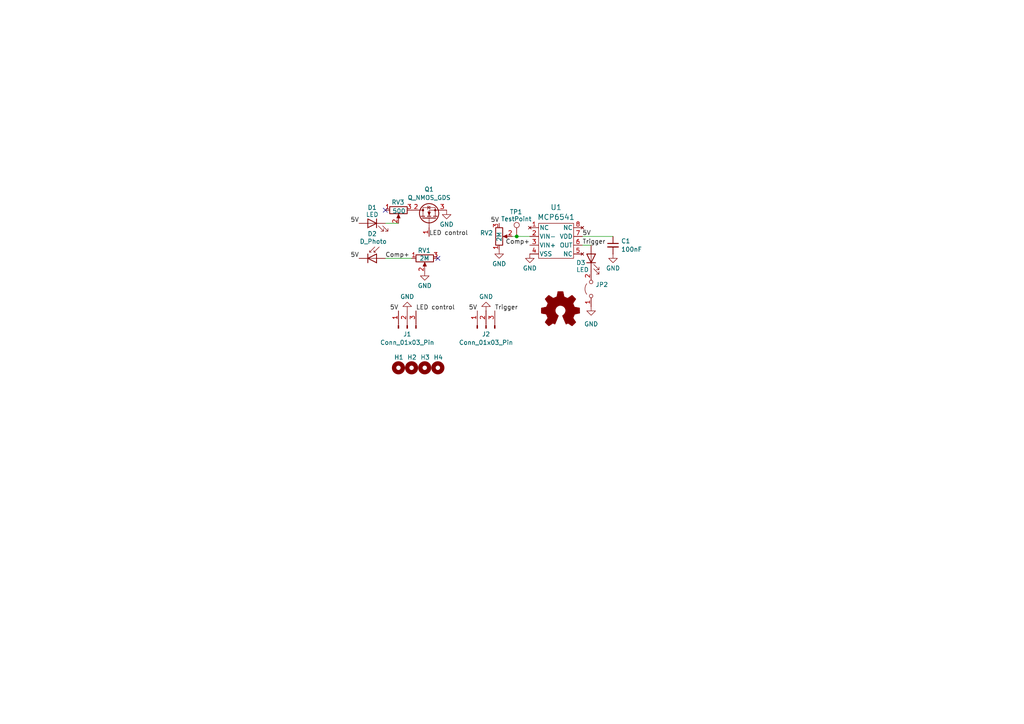
<source format=kicad_sch>
(kicad_sch (version 20231120) (generator "eeschema") (generator_version "8.0")
  (paper "A4")
  (lib_symbols
    (symbol "Connector:Conn_01x03_Pin" (pin_names (offset 1.016) hide)
      (property "Reference" "J" (at 0 5.08 0))
      (property "Value" "Conn_01x03_Pin" (at 0 -5.08 0))
      (symbol "Conn_01x03_Pin_1_1"
        (polyline (pts (xy 1.27 -2.54) (xy 0.8636 -2.54)) (stroke (width 0.1524)))
        (polyline (pts (xy 1.27 0) (xy 0.8636 0)) (stroke (width 0.1524)))
        (polyline (pts (xy 1.27 2.54) (xy 0.8636 2.54)) (stroke (width 0.1524)))
        (rectangle (start 0.8636 -2.413) (end 0 -2.667) (stroke (width 0.1524)) (fill (type outline)))
        (rectangle (start 0.8636 0.127) (end 0 -0.127) (stroke (width 0.1524)) (fill (type outline)))
        (rectangle (start 0.8636 2.667) (end 0 2.413) (stroke (width 0.1524)) (fill (type outline)))
        (pin passive line (at 5.08 2.54 180) (length 3.81) (name "Pin_1") (number "1"))
        (pin passive line (at 5.08 0 180) (length 3.81) (name "Pin_2") (number "2"))
        (pin passive line (at 5.08 -2.54 180) (length 3.81) (name "Pin_3") (number "3"))
      )
    )
    (symbol "Connector:TestPoint" (pin_numbers hide) (pin_names (offset 0.762) hide)
      (property "Reference" "TP" (at 0 6.858 0))
      (property "Value" "TestPoint" (at 0 5.08 0))
      (symbol "TestPoint_0_1"
        (circle (center 0 3.302) (radius 0.762))
      )
      (symbol "TestPoint_1_1"
        (pin passive line (at 0 0 90) (length 2.54) (name "1") (number "1"))
      )
    )
    (symbol "Custom:MCP6541" (pin_names (offset 0.254))
      (property "Reference" "U" (at 12.7 7.112 0))
      (property "Value" "MCP6541" (at 12.7 4.572 0))
      (symbol "MCP6541_1_1"
        (rectangle (start 7.62 1.27) (end 17.78 -8.89))
        (pin no_connect line (at 5.08 0 0) (length 2.54) (name "NC") (number "1"))
        (pin input line (at 5.08 -2.54 0) (length 2.54) (name "VIN-") (number "2"))
        (pin input line (at 5.08 -5.08 0) (length 2.54) (name "VIN+") (number "3"))
        (pin unspecified line (at 5.08 -7.62 0) (length 2.54) (name "VSS") (number "4"))
        (pin no_connect line (at 20.32 -7.62 180) (length 2.54) (name "NC") (number "5"))
        (pin unspecified line (at 20.32 -5.08 180) (length 2.54) (name "OUT") (number "6"))
        (pin unspecified line (at 20.32 -2.54 180) (length 2.54) (name "VDD") (number "7"))
        (pin no_connect line (at 20.32 0 180) (length 2.54) (name "NC") (number "8"))
      )
    )
    (symbol "Device:C_Small" (pin_numbers hide) (pin_names (offset 0.254) hide)
      (property "Reference" "C" (at 0.254 1.778 0))
      (property "Value" "C_Small" (at 0.254 -2.032 0))
      (symbol "C_Small_0_1"
        (polyline (pts (xy -1.524 -0.508) (xy 1.524 -0.508)) (stroke (width 0.3302)))
        (polyline (pts (xy -1.524 0.508) (xy 1.524 0.508)) (stroke (width 0.3048)))
      )
      (symbol "C_Small_1_1"
        (pin passive line (at 0 2.54 270) (length 2.032) (name "~") (number "1"))
        (pin passive line (at 0 -2.54 90) (length 2.032) (name "~") (number "2"))
      )
    )
    (symbol "Device:D_Photo" (pin_numbers hide) (pin_names hide)
      (property "Reference" "D" (at 0.508 1.778 0))
      (property "Value" "D_Photo" (at -1.016 -2.794 0))
      (symbol "D_Photo_0_1"
        (polyline (pts (xy -2.54 1.27) (xy -2.54 -1.27)) (stroke (width 0.254)))
        (polyline (pts (xy -2.032 1.778) (xy -1.524 1.778)))
        (polyline (pts (xy 0 0) (xy -2.54 0)))
        (polyline (pts (xy -0.508 3.302) (xy -2.032 1.778) (xy -2.032 2.286)))
        (polyline (pts (xy 0 -1.27) (xy 0 1.27) (xy -2.54 0) (xy 0 -1.27)) (stroke (width 0.254)))
        (polyline (pts (xy 0.762 3.302) (xy -0.762 1.778) (xy -0.762 2.286) (xy -0.762 1.778) (xy -0.254 1.778)))
      )
      (symbol "D_Photo_1_1"
        (pin passive line (at -5.08 0 0) (length 2.54) (name "K") (number "1"))
        (pin passive line (at 2.54 0 180) (length 2.54) (name "A") (number "2"))
      )
    )
    (symbol "Device:LED" (pin_numbers hide) (pin_names (offset 1.016) hide)
      (property "Reference" "D" (at 0 2.54 0))
      (property "Value" "LED" (at 0 -2.54 0))
      (symbol "LED_0_1"
        (polyline (pts (xy -1.27 -1.27) (xy -1.27 1.27)) (stroke (width 0.254)))
        (polyline (pts (xy -1.27 0) (xy 1.27 0)))
        (polyline (pts (xy 1.27 -1.27) (xy 1.27 1.27) (xy -1.27 0) (xy 1.27 -1.27)) (stroke (width 0.254)))
        (polyline (pts (xy -3.048 -0.762) (xy -4.572 -2.286) (xy -3.81 -2.286) (xy -4.572 -2.286) (xy -4.572 -1.524)))
        (polyline (pts (xy -1.778 -0.762) (xy -3.302 -2.286) (xy -2.54 -2.286) (xy -3.302 -2.286) (xy -3.302 -1.524)))
      )
      (symbol "LED_1_1"
        (pin passive line (at -3.81 0 0) (length 2.54) (name "K") (number "1"))
        (pin passive line (at 3.81 0 180) (length 2.54) (name "A") (number "2"))
      )
    )
    (symbol "Device:Q_NMOS_GDS" (pin_names (offset 0) hide)
      (property "Reference" "Q" (at 5.08 1.27 0))
      (property "Value" "Q_NMOS_GDS" (at 5.08 -1.27 0))
      (symbol "Q_NMOS_GDS_0_1"
        (polyline (pts (xy 0.254 0) (xy -2.54 0)))
        (polyline (pts (xy 0.254 1.905) (xy 0.254 -1.905)) (stroke (width 0.254)))
        (polyline (pts (xy 0.762 -1.27) (xy 0.762 -2.286)) (stroke (width 0.254)))
        (polyline (pts (xy 0.762 0.508) (xy 0.762 -0.508)) (stroke (width 0.254)))
        (polyline (pts (xy 0.762 2.286) (xy 0.762 1.27)) (stroke (width 0.254)))
        (polyline (pts (xy 2.54 2.54) (xy 2.54 1.778)))
        (polyline (pts (xy 2.54 -2.54) (xy 2.54 0) (xy 0.762 0)))
        (polyline (pts (xy 0.762 -1.778) (xy 3.302 -1.778) (xy 3.302 1.778) (xy 0.762 1.778)))
        (polyline (pts (xy 1.016 0) (xy 2.032 0.381) (xy 2.032 -0.381) (xy 1.016 0)) (fill (type outline)))
        (polyline (pts (xy 2.794 0.508) (xy 2.921 0.381) (xy 3.683 0.381) (xy 3.81 0.254)))
        (polyline (pts (xy 3.302 0.381) (xy 2.921 -0.254) (xy 3.683 -0.254) (xy 3.302 0.381)))
        (circle (center 1.651 0) (radius 2.794) (stroke (width 0.254)))
        (circle (center 2.54 -1.778) (radius 0.254) (fill (type outline)))
        (circle (center 2.54 1.778) (radius 0.254) (fill (type outline)))
      )
      (symbol "Q_NMOS_GDS_1_1"
        (pin input line (at -5.08 0 0) (length 2.54) (name "G") (number "1"))
        (pin passive line (at 2.54 5.08 270) (length 2.54) (name "D") (number "2"))
        (pin passive line (at 2.54 -5.08 90) (length 2.54) (name "S") (number "3"))
      )
    )
    (symbol "Device:R_Potentiometer" (pin_names (offset 1.016) hide)
      (property "Reference" "RV" (at -4.445 0 90))
      (property "Value" "R_Potentiometer" (at -2.54 0 90))
      (symbol "R_Potentiometer_0_1"
        (polyline (pts (xy 2.54 0) (xy 1.524 0)))
        (polyline (pts (xy 1.143 0) (xy 2.286 0.508) (xy 2.286 -0.508) (xy 1.143 0)) (fill (type outline)))
        (rectangle (start 1.016 2.54) (end -1.016 -2.54) (stroke (width 0.254)))
      )
      (symbol "R_Potentiometer_1_1"
        (pin passive line (at 0 3.81 270) (length 1.27) (name "1") (number "1"))
        (pin passive line (at 3.81 0 180) (length 1.27) (name "2") (number "2"))
        (pin passive line (at 0 -3.81 90) (length 1.27) (name "3") (number "3"))
      )
    )
    (symbol "Graphic:Logo_Open_Hardware_Small" (in_bom no) (on_board no)
      (symbol "Logo_Open_Hardware_Small_0_1"
        (polyline (pts (xy 3.3528 -4.3434) (xy 3.302 -4.318) (xy 3.175 -4.2418) (xy 2.9972 -4.1148) (xy 2.7686 -3.9624) (xy 2.54 -3.81) (xy 2.3622 -3.7084) (xy 2.2352 -3.6068) (xy 2.1844 -3.5814) (xy 2.159 -3.6068) (xy 2.0574 -3.6576) (xy 1.905 -3.7338) (xy 1.8034 -3.7846) (xy 1.6764 -3.8354) (xy 1.6002 -3.8354) (xy 1.6002 -3.8354) (xy 1.5494 -3.7338) (xy 1.4732 -3.5306) (xy 1.3462 -3.302) (xy 1.2446 -3.0226) (xy 1.1176 -2.7178) (xy 0.9652 -2.413) (xy 0.8636 -2.1082) (xy 0.7366 -1.8288) (xy 0.6604 -1.6256) (xy 0.6096 -1.4732) (xy 0.5842 -1.397) (xy 0.5842 -1.397) (xy 0.6604 -1.3208) (xy 0.7874 -1.2446) (xy 1.0414 -1.016) (xy 1.2954 -0.6858) (xy 1.4478 -0.3302) (xy 1.524 0.0762) (xy 1.4732 0.4572) (xy 1.3208 0.8128) (xy 1.0668 1.143) (xy 0.762 1.3716) (xy 0.4064 1.524) (xy 0 1.5748) (xy -0.381 1.5494) (xy -0.7366 1.397) (xy -1.0668 1.143) (xy -1.2192 0.9906) (xy -1.397 0.6604) (xy -1.524 0.3048) (xy -1.524 0.2286) (xy -1.4986 -0.1778) (xy -1.397 -0.5334) (xy -1.1938 -0.8636) (xy -0.9144 -1.143) (xy -0.8636 -1.1684) (xy -0.7366 -1.27) (xy -0.635 -1.3462) (xy -0.5842 -1.397) (xy -1.0668 -2.5908) (xy -1.143 -2.794) (xy -1.2954 -3.1242) (xy -1.397 -3.4036) (xy -1.4986 -3.6322) (xy -1.5748 -3.7846) (xy -1.6002 -3.8354) (xy -1.6002 -3.8354) (xy -1.651 -3.8354) (xy -1.7272 -3.81) (xy -1.905 -3.7338) (xy -2.0066 -3.683) (xy -2.1336 -3.6068) (xy -2.2098 -3.5814) (xy -2.2606 -3.6068) (xy -2.3622 -3.683) (xy -2.54 -3.81) (xy -2.7686 -3.9624) (xy -2.9718 -4.0894) (xy -3.1496 -4.2164) (xy -3.302 -4.318) (xy -3.3528 -4.3434) (xy -3.3782 -4.3434) (xy -3.429 -4.318) (xy -3.5306 -4.2164) (xy -3.7084 -4.064) (xy -3.937 -3.8354) (xy -3.9624 -3.81) (xy -4.1656 -3.6068) (xy -4.318 -3.4544) (xy -4.4196 -3.3274) (xy -4.445 -3.2766) (xy -4.445 -3.2766) (xy -4.4196 -3.2258) (xy -4.318 -3.0734) (xy -4.2164 -2.8956) (xy -4.064 -2.667) (xy -3.6576 -2.0828) (xy -3.8862 -1.5494) (xy -3.937 -1.3716) (xy -4.0386 -1.1684) (xy -4.0894 -1.0414) (xy -4.1148 -0.9652) (xy -4.191 -0.9398) (xy -4.318 -0.9144) (xy -4.5466 -0.8636) (xy -4.8006 -0.8128) (xy -5.0546 -0.7874) (xy -5.2578 -0.7366) (xy -5.4356 -0.7112) (xy -5.5118 -0.6858) (xy -5.5118 -0.6858) (xy -5.5372 -0.635) (xy -5.5372 -0.5588) (xy -5.5372 -0.4318) (xy -5.5626 -0.2286) (xy -5.5626 0.0762) (xy -5.5626 0.127) (xy -5.5372 0.4064) (xy -5.5372 0.635) (xy -5.5372 0.762) (xy -5.5372 0.8382) (xy -5.5372 0.8382) (xy -5.461 0.8382) (xy -5.3086 0.889) (xy -5.08 0.9144) (xy -4.826 0.9652) (xy -4.8006 0.9906) (xy -4.5466 1.0414) (xy -4.318 1.0668) (xy -4.1656 1.1176) (xy -4.0894 1.143) (xy -4.0894 1.143) (xy -4.0386 1.2446) (xy -3.9624 1.4224) (xy -3.8608 1.6256) (xy -3.7846 1.8288) (xy -3.7084 2.0066) (xy -3.6576 2.159) (xy -3.6322 2.2098) (xy -3.6322 2.2098) (xy -3.683 2.286) (xy -3.7592 2.413) (xy -3.8862 2.5908) (xy -4.064 2.8194) (xy -4.064 2.8448) (xy -4.2164 3.0734) (xy -4.3434 3.2512) (xy -4.4196 3.3782) (xy -4.445 3.4544) (xy -4.445 3.4544) (xy -4.3942 3.5052) (xy -4.2926 3.6322) (xy -4.1148 3.81) (xy -3.937 4.0132) (xy -3.8608 4.064) (xy -3.6576 4.2926) (xy -3.5052 4.4196) (xy -3.4036 4.4958) (xy -3.3528 4.5212) (xy -3.3528 4.5212) (xy -3.302 4.4704) (xy -3.1496 4.3688) (xy -2.9718 4.2418) (xy -2.7432 4.0894) (xy -2.7178 4.0894) (xy -2.4892 3.937) (xy -2.3114 3.81) (xy -2.1844 3.7084) (xy -2.1336 3.683) (xy -2.1082 3.683) (xy -2.032 3.7084) (xy -1.8542 3.7592) (xy -1.6764 3.8354) (xy -1.4732 3.937) (xy -1.27 4.0132) (xy -1.143 4.064) (xy -1.0668 4.1148) (xy -1.0668 4.1148) (xy -1.0414 4.191) (xy -1.016 4.3434) (xy -0.9652 4.572) (xy -0.9144 4.8514) (xy -0.889 4.9022) (xy -0.8382 5.1562) (xy -0.8128 5.3848) (xy -0.7874 5.5372) (xy -0.762 5.588) (xy -0.7112 5.6134) (xy -0.5842 5.6134) (xy -0.4064 5.6134) (xy -0.1524 5.6134) (xy 0.0762 5.6134) (xy 0.3302 5.6134) (xy 0.5334 5.6134) (xy 0.6858 5.588) (xy 0.7366 5.588) (xy 0.7366 5.588) (xy 0.762 5.5118) (xy 0.8128 5.334) (xy 0.8382 5.1054) (xy 0.9144 4.826) (xy 0.9144 4.7752) (xy 0.9652 4.5212) (xy 1.016 4.2926) (xy 1.0414 4.1402) (xy 1.0668 4.0894) (xy 1.0668 4.0894) (xy 1.1938 4.0386) (xy 1.3716 3.9624) (xy 1.5748 3.8608) (xy 2.0828 3.6576) (xy 2.7178 4.0894) (xy 2.7686 4.1402) (xy 2.9972 4.2926) (xy 3.175 4.4196) (xy 3.302 4.4958) (xy 3.3782 4.5212) (xy 3.3782 4.5212) (xy 3.429 4.4704) (xy 3.556 4.3434) (xy 3.7338 4.191) (xy 3.9116 3.9878) (xy 4.064 3.8354) (xy 4.2418 3.6576) (xy 4.3434 3.556) (xy 4.4196 3.4798) (xy 4.4196 3.429) (xy 4.4196 3.4036) (xy 4.3942 3.3274) (xy 4.2926 3.2004) (xy 4.1656 2.9972) (xy 4.0132 2.794) (xy 3.8862 2.5908) (xy 3.7592 2.3876) (xy 3.6576 2.2352) (xy 3.6322 2.159) (xy 3.6322 2.1336) (xy 3.683 2.0066) (xy 3.7592 1.8288) (xy 3.8608 1.6002) (xy 4.064 1.1176) (xy 4.3942 1.0414) (xy 4.5974 1.016) (xy 4.8768 0.9652) (xy 5.1308 0.9144) (xy 5.5372 0.8382) (xy 5.5626 -0.6604) (xy 5.4864 -0.6858) (xy 5.4356 -0.6858) (xy 5.2832 -0.7366) (xy 5.0546 -0.762) (xy 4.8006 -0.8128) (xy 4.5974 -0.8636) (xy 4.3688 -0.9144) (xy 4.2164 -0.9398) (xy 4.1402 -0.9398) (xy 4.1148 -0.9652) (xy 4.064 -1.0668) (xy 3.9878 -1.2446) (xy 3.9116 -1.4478) (xy 3.81 -1.651) (xy 3.7338 -1.8542) (xy 3.683 -2.0066) (xy 3.6576 -2.0828) (xy 3.683 -2.1336) (xy 3.7846 -2.2606) (xy 3.8862 -2.4638) (xy 4.0386 -2.667) (xy 4.191 -2.8956) (xy 4.318 -3.0734) (xy 4.3942 -3.2004) (xy 4.445 -3.2766) (xy 4.4196 -3.3274) (xy 4.3434 -3.429) (xy 4.1656 -3.5814) (xy 3.937 -3.8354) (xy 3.8862 -3.8608) (xy 3.683 -4.064) (xy 3.5306 -4.2164) (xy 3.4036 -4.318) (xy 3.3528 -4.3434)) (fill (type outline)))
      )
    )
    (symbol "Jumper:Jumper_2_Open" (pin_names (offset 0) hide)
      (property "Reference" "JP" (at 0 2.794 0))
      (property "Value" "Jumper_2_Open" (at 0 -2.286 0))
      (symbol "Jumper_2_Open_0_0"
        (circle (center -2.032 0) (radius 0.508))
        (circle (center 2.032 0) (radius 0.508))
      )
      (symbol "Jumper_2_Open_0_1"
        (arc (start 1.524 1.27) (mid 0 1.778) (end -1.524 1.27))
      )
      (symbol "Jumper_2_Open_1_1"
        (pin passive line (at -5.08 0 0) (length 2.54) (name "A") (number "1"))
        (pin passive line (at 5.08 0 180) (length 2.54) (name "B") (number "2"))
      )
    )
    (symbol "Mechanical:MountingHole" (pin_names (offset 1.016)) (exclude_from_sim yes) (in_bom no)
      (property "Reference" "H" (at 0 5.08 0))
      (property "Value" "MountingHole" (at 0 3.175 0))
      (symbol "MountingHole_0_1"
        (circle (center 0 0) (radius 1.27) (stroke (width 1.27)))
      )
    )
    (symbol "power:GND" (power) (pin_numbers hide) (pin_names (offset 0) hide)
      (property "Value" "GND" (at 0 -3.81 0))
      (symbol "GND_0_1"
        (polyline (pts (xy 0 0) (xy 0 -1.27) (xy 1.27 -1.27) (xy 0 -2.54) (xy -1.27 -1.27) (xy 0 -1.27)))
      )
      (symbol "GND_1_1"
        (pin power_in line (at 0 0 270) (length 0) (name "~") (number "1"))
      )
    )
  )
  (junction (at 149.86 68.58))
  (no_connect (at 111.76 60.96))
  (no_connect (at 127 74.93))
  (wire (pts (xy 149.86 68.58) (xy 153.67 68.58)))
  (wire (pts (xy 168.91 71.12) (xy 171.45 71.12)))
  (wire (pts (xy 111.76 64.77) (xy 115.57 64.77)))
  (wire (pts (xy 148.59 68.58) (xy 149.86 68.58)))
  (wire (pts (xy 111.76 74.93) (xy 119.38 74.93)))
  (wire (pts (xy 168.91 68.58) (xy 177.8 68.58)))
  (label "LED control" (at 120.65 90.17 0))
  (label "LED control" (at 124.46 68.58 0))
  (label "5V" (at 144.78 64.77 180))
  (label "Comp+" (at 153.67 71.12 180))
  (label "5V" (at 104.14 74.93 180))
  (label "5V" (at 138.43 90.17 180))
  (label "5V" (at 115.57 90.17 180))
  (label "Comp+" (at 111.76 74.93 0))
  (label "Trigger" (at 168.91 71.12 0))
  (label "5V" (at 104.14 64.77 180))
  (label "5V" (at 168.91 68.58 0))
  (label "Trigger" (at 143.51 90.17 0))
  (symbol (lib_id "Mechanical:MountingHole") (at 127 106.68 0) (unit 1) (exclude_from_sim yes) (in_bom no)
    (property "Reference" "H4" (at 125.73 103.632 0) (effects (justify left)))
    (property "Value" "MountingHole" (effects (hide yes)))
    (property "Footprint" "Custom:MountingHole_4.3mm_M4" (effects (hide yes)))
    (property "Datasheet" "https://www.we-online.com/components/products/datasheet/971120471.pdf" (effects (hide yes)))
    (property "Description" "Hex Standoff Threaded M4x0.7 Steel 0.472\" (12.00mm)" (effects (hide yes)))
    (property "Manufacturer" "Würth Elektronik" (effects (hide yes)))
    (property "Part" "971120471" (effects (hide yes)))
  )
  (symbol (lib_id "Device:LED") (at 171.45 74.93 90) (unit 1)
    (property "Reference" "D3" (at 167.132 76.2 90) (effects (justify right)))
    (property "Value" "LED" (at 167.132 78.232 90) (effects (justify right)))
    (property "Footprint" "LED_THT:LED_D3.0mm" (effects (hide yes)))
    (property "Datasheet" "https://www.kingbrightusa.com/images/catalog/SPEC/WP710A10SGD5V.pdf" (effects (hide yes)))
    (property "Description" "LED GREEN DIFFUSED T-1 T/H" (effects (hide yes)))
    (property "Manufacturer" "Kingbright" (effects (hide yes)))
    (property "Part" "WP710A10SGD5V" (effects (hide yes)))
  )
  (symbol (lib_id "Mechanical:MountingHole") (at 119.38 106.68 0) (unit 1) (exclude_from_sim yes) (in_bom no)
    (property "Reference" "H2" (at 118.11 103.632 0) (effects (justify left)))
    (property "Value" "MountingHole" (effects (hide yes)))
    (property "Footprint" "Custom:MountingHole_4.3mm_M4" (effects (hide yes)))
    (property "Datasheet" "https://www.we-online.com/components/products/datasheet/971120471.pdf" (effects (hide yes)))
    (property "Description" "Hex Standoff Threaded M4x0.7 Steel 0.472\" (12.00mm)" (effects (hide yes)))
    (property "Manufacturer" "Würth Elektronik" (effects (hide yes)))
    (property "Part" "971120471" (effects (hide yes)))
  )
  (symbol (lib_id "power:GND") (at 153.67 73.66 0) (unit 1)
    (property "Reference" "#PWR02" (effects (hide yes)))
    (property "Value" "GND" (at 153.67 77.7931 0))
    (property "Description" "Power symbol creates a global label with name \"GND\" , ground" (effects (hide yes)))
  )
  (symbol (lib_id "Custom:MCP6541") (at 148.59 66.04 0) (unit 1)
    (property "Reference" "U1" (at 161.29 60.1396 0) (effects (font (size 1.524 1.524))))
    (property "Value" "MCP6541" (at 161.29 62.9725 0) (effects (font (size 1.524 1.524))))
    (property "Footprint" "Custom:PDIP8_300MC_MCH" (effects (hide yes)))
    (property "Datasheet" "https://ww1.microchip.com/downloads/en/DeviceDoc/MCP6541%20Output%20SubMicroamp%20Comparators%2020001696K.pdf" (effects (hide yes)))
    (property "Description" "Comparator General Purpose CMOS, Push-Pull, Rail-to-Rail, TTL 8-PDIP" (effects (hide yes)))
    (property "Manufacturer" "Microchip Technology" (effects (hide yes)))
    (property "Part" "MCP6541-E/P" (effects (hide yes)))
  )
  (symbol (lib_id "power:GND") (at 129.54 60.96 0) (unit 1)
    (property "Reference" "#PWR05" (effects (hide yes)))
    (property "Value" "GND" (at 129.54 65.0931 0))
    (property "Description" "Power symbol creates a global label with name \"GND\" , ground" (effects (hide yes)))
  )
  (symbol (lib_id "Connector:Conn_01x03_Pin") (at 118.11 95.25 90) (unit 1)
    (property "Reference" "J1" (at 118.11 96.9193 90))
    (property "Value" "Conn_01x03_Pin" (at 118.11 99.3436 90))
    (property "Footprint" "Connector_PinHeader_2.54mm:PinHeader_1x03_P2.54mm_Vertical" (effects (hide yes)))
    (property "Datasheet" "https://cdn.amphenol-cs.com/media/wysiwyg/files/documentation/datasheet/boardwiretoboard/bwb_econostik_254headers.pdf" (effects (hide yes)))
    (property "Description" "Generic connector, single row, 01x03, script generated" (effects (hide yes)))
    (property "Manufacturer" "Amphenol ICC (FCI)" (effects (hide yes)))
    (property "Part" "10129378-903004BLF" (effects (hide yes)))
  )
  (symbol (lib_id "Device:R_Potentiometer") (at 115.57 60.96 90) (mirror x) (unit 1)
    (property "Reference" "RV3" (at 113.538 58.674 90) (effects (justify right)))
    (property "Value" "500" (at 113.792 61.214 90) (effects (justify right)))
    (property "Footprint" "Custom:TRIM_PV36W503C01B00" (effects (hide yes)))
    (property "Datasheet" "https://www.bourns.com/docs/Product-Datasheets/pv36.pdf" (effects (hide yes)))
    (property "Description" "TRIMMER 500 OHM 0.5W PC PIN TOP" (effects (hide yes)))
    (property "Manufacturer" "Bourns Inc." (effects (hide yes)))
    (property "Part" "PV36W501C01B00" (effects (hide yes)))
  )
  (symbol (lib_id "power:GND") (at 118.11 90.17 180) (unit 1)
    (property "Reference" "#PWR06" (effects (hide yes)))
    (property "Value" "GND" (at 118.11 86.0369 0))
    (property "Description" "Power symbol creates a global label with name \"GND\" , ground" (effects (hide yes)))
  )
  (symbol (lib_id "power:GND") (at 144.78 72.39 0) (unit 1)
    (property "Reference" "#PWR03" (effects (hide yes)))
    (property "Value" "GND" (at 144.78 76.5231 0))
    (property "Description" "Power symbol creates a global label with name \"GND\" , ground" (effects (hide yes)))
  )
  (symbol (lib_id "Graphic:Logo_Open_Hardware_Small") (at 162.56 90.17 0) (unit 1) (exclude_from_sim yes) (in_bom no)
    (property "Reference" "SYM1" (effects (hide yes)))
    (property "Value" "Logo_Open_Hardware_Small" (effects (hide yes)))
    (property "Footprint" "Custom:CC-BY-SA Symbol" (effects (hide yes)))
    (property "Description" "Open Hardware logo, small" (effects (hide yes)))
  )
  (symbol (lib_id "Connector:Conn_01x03_Pin") (at 140.97 95.25 90) (unit 1)
    (property "Reference" "J2" (at 140.97 96.9193 90))
    (property "Value" "Conn_01x03_Pin" (at 140.97 99.3436 90))
    (property "Footprint" "Connector_PinHeader_2.54mm:PinHeader_1x03_P2.54mm_Vertical" (effects (hide yes)))
    (property "Datasheet" "https://cdn.amphenol-cs.com/media/wysiwyg/files/documentation/datasheet/boardwiretoboard/bwb_econostik_254headers.pdf" (effects (hide yes)))
    (property "Description" "Generic connector, single row, 01x03, script generated" (effects (hide yes)))
    (property "Manufacturer" "Amphenol ICC (FCI)" (effects (hide yes)))
    (property "Part" "10129378-903004BLF" (effects (hide yes)))
  )
  (symbol (lib_id "Device:R_Potentiometer") (at 144.78 68.58 0) (mirror x) (unit 1)
    (property "Reference" "RV2" (at 143.002 67.564 0) (effects (justify right)))
    (property "Value" "2M" (at 144.78 70.104 90) (effects (justify right)))
    (property "Footprint" "Custom:TRIM_PV36W503C01B00" (effects (hide yes)))
    (property "Datasheet" "https://www.bourns.com/docs/Product-Datasheets/pv36.pdf" (effects (hide yes)))
    (property "Description" "TRIMMER 2M OHM 0.5W PC PIN TOP" (effects (hide yes)))
    (property "Manufacturer" "Bourns Inc." (effects (hide yes)))
    (property "Part" "PV36W205C01B00" (effects (hide yes)))
  )
  (symbol (lib_id "power:GND") (at 123.19 78.74 0) (unit 1)
    (property "Reference" "#PWR01" (effects (hide yes)))
    (property "Value" "GND" (at 123.19 82.8731 0))
    (property "Description" "Power symbol creates a global label with name \"GND\" , ground" (effects (hide yes)))
  )
  (symbol (lib_id "Device:R_Potentiometer") (at 123.19 74.93 90) (mirror x) (unit 1)
    (property "Reference" "RV1" (at 121.158 72.644 90) (effects (justify right)))
    (property "Value" "2M" (at 121.666 74.93 90) (effects (justify right)))
    (property "Footprint" "Custom:TRIM_PV36W503C01B00" (effects (hide yes)))
    (property "Datasheet" "https://www.bourns.com/docs/Product-Datasheets/pv36.pdf" (effects (hide yes)))
    (property "Description" "TRIMMER 2M OHM 0.5W PC PIN TOP" (effects (hide yes)))
    (property "Manufacturer" "Bourns Inc." (effects (hide yes)))
    (property "Part" "PV36W205C01B00" (effects (hide yes)))
  )
  (symbol (lib_id "Mechanical:MountingHole") (at 123.19 106.68 0) (unit 1) (exclude_from_sim yes) (in_bom no)
    (property "Reference" "H3" (at 121.92 103.632 0) (effects (justify left)))
    (property "Value" "MountingHole" (effects (hide yes)))
    (property "Footprint" "Custom:MountingHole_4.3mm_M4" (effects (hide yes)))
    (property "Datasheet" "https://www.we-online.com/components/products/datasheet/971120471.pdf" (effects (hide yes)))
    (property "Description" "Hex Standoff Threaded M4x0.7 Steel 0.472\" (12.00mm)" (effects (hide yes)))
    (property "Manufacturer" "Würth Elektronik" (effects (hide yes)))
    (property "Part" "971120471" (effects (hide yes)))
  )
  (symbol (lib_id "Device:D_Photo") (at 109.22 74.93 0) (unit 1)
    (property "Reference" "D2" (at 107.95 67.818 0))
    (property "Value" "D_Photo" (at 108.2675 70.0348 0))
    (property "Footprint" "Custom:LED_D5.0mm - nIR" (effects (hide yes)))
    (property "Datasheet" "https://look.ams-osram.com/m/3798e9afd3f63ea8/original/SFH-213-FA.pdf" (effects (hide yes)))
    (property "Description" "Photodiode" (effects (hide yes)))
    (property "Manufacturer" "ams-OSRAM USA INC." (effects (hide yes)))
    (property "Part" "SFH 213 FA" (effects (hide yes)))
  )
  (symbol (lib_id "Mechanical:MountingHole") (at 115.57 106.68 0) (unit 1) (exclude_from_sim yes) (in_bom no)
    (property "Reference" "H1" (at 114.3 103.632 0) (effects (justify left)))
    (property "Value" "MountingHole" (effects (hide yes)))
    (property "Footprint" "Custom:MountingHole_4.3mm_M4" (effects (hide yes)))
    (property "Datasheet" "https://www.we-online.com/components/products/datasheet/971120471.pdf" (effects (hide yes)))
    (property "Description" "Hex Standoff Threaded M4x0.7 Steel 0.472\" (12.00mm)" (effects (hide yes)))
    (property "Manufacturer" "Würth Elektronik" (effects (hide yes)))
    (property "Part" "971120471" (effects (hide yes)))
  )
  (symbol (lib_id "Device:C_Small") (at 177.8 71.12 0) (unit 1)
    (property "Reference" "C1" (at 180.1241 69.9141 0) (effects (justify left)))
    (property "Value" "100nF" (at 180.1241 72.3384 0) (effects (justify left)))
    (property "Footprint" "Capacitor_THT:C_Rect_L4.6mm_W3.0mm_P2.50mm_MKS02_FKP02" (effects (hide yes)))
    (property "Datasheet" "https://content.kemet.com/datasheets/KEM_C1050_GOLDMAX_X7R.pdf" (effects (hide yes)))
    (property "Description" "0.1 µF ±20% 50V Ceramic Capacitor X7R Radial" (effects (hide yes)))
    (property "Manufacturer" "KEMET" (effects (hide yes)))
    (property "Part" "C320C104M5R5TA" (effects (hide yes)))
  )
  (symbol (lib_id "power:GND") (at 140.97 90.17 180) (unit 1)
    (property "Reference" "#PWR07" (effects (hide yes)))
    (property "Value" "GND" (at 140.97 86.0369 0))
    (property "Description" "Power symbol creates a global label with name \"GND\" , ground" (effects (hide yes)))
  )
  (symbol (lib_id "power:GND") (at 177.8 73.66 0) (unit 1)
    (property "Reference" "#PWR04" (effects (hide yes)))
    (property "Value" "GND" (at 177.8 77.7931 0))
    (property "Description" "Power symbol creates a global label with name \"GND\" , ground" (effects (hide yes)))
  )
  (symbol (lib_id "Device:LED") (at 107.95 64.77 0) (mirror y) (unit 1)
    (property "Reference" "D1" (at 107.95 60.198 0))
    (property "Value" "LED" (at 107.95 62.23 0))
    (property "Footprint" "Custom:TO-46-2 - nIR" (effects (hide yes)))
    (property "Datasheet" "https://look.ams-osram.com/m/7a5a0eef598f4370/original/SFH-4851.pdf" (effects (hide yes)))
    (property "Description" "Infrared (IR) Emitter 850nm 1.7V 100mA 160mW/sr @ 100mA 6° TO-18-2 Metal Can" (effects (hide yes)))
    (property "Manufacturer" "ams-OSRAM USA INC." (effects (hide yes)))
    (property "Part" "SFH 4851" (effects (hide yes)))
  )
  (symbol (lib_id "Connector:TestPoint") (at 149.86 68.58 0) (unit 1)
    (property "Reference" "TP1" (at 147.828 61.468 0) (effects (justify left)))
    (property "Value" "TestPoint" (at 145.288 63.5 0) (effects (justify left)))
    (property "Footprint" "TestPoint:TestPoint_Pad_D1.0mm" (effects (hide yes)))
    (property "Description" "test point" (effects (hide yes)))
  )
  (symbol (lib_id "power:GND") (at 171.45 88.9 0) (unit 1)
    (property "Reference" "#PWR09" (effects (hide yes)))
    (property "Value" "GND" (at 171.45 93.98 0))
    (property "Description" "Power symbol creates a global label with name \"GND\" , ground" (effects (hide yes)))
  )
  (symbol (lib_id "Jumper:Jumper_2_Open") (at 171.45 83.82 90) (unit 1)
    (property "Reference" "JP2" (at 172.72 82.5499 90) (effects (justify right)))
    (property "Value" "Jumper_2_Open" (effects (hide yes)))
    (property "Footprint" "Jumper:SolderJumper-2_P1.3mm_Open_RoundedPad1.0x1.5mm" (effects (hide yes)))
    (property "Description" "Jumper, 2-pole, open" (effects (hide yes)))
  )
  (symbol (lib_id "Device:Q_NMOS_GDS") (at 124.46 63.5 90) (unit 1)
    (property "Reference" "Q1" (at 124.46 54.9105 90))
    (property "Value" "Q_NMOS_GDS" (at 124.46 57.3348 90))
    (property "Footprint" "Package_TO_SOT_THT:TO-251-3_Vertical" (effects (hide yes)))
    (property "Datasheet" "https://www.vishay.com/docs/91322/sihlr024.pdf" (effects (hide yes)))
    (property "Description" "N-MOSFET transistor, gate/drain/source" (effects (hide yes)))
    (property "Manufacturer" "Vishay Siliconix" (effects (hide yes)))
    (property "Part" "SIHLU024-GE3" (effects (hide yes)))
  )
)
</source>
